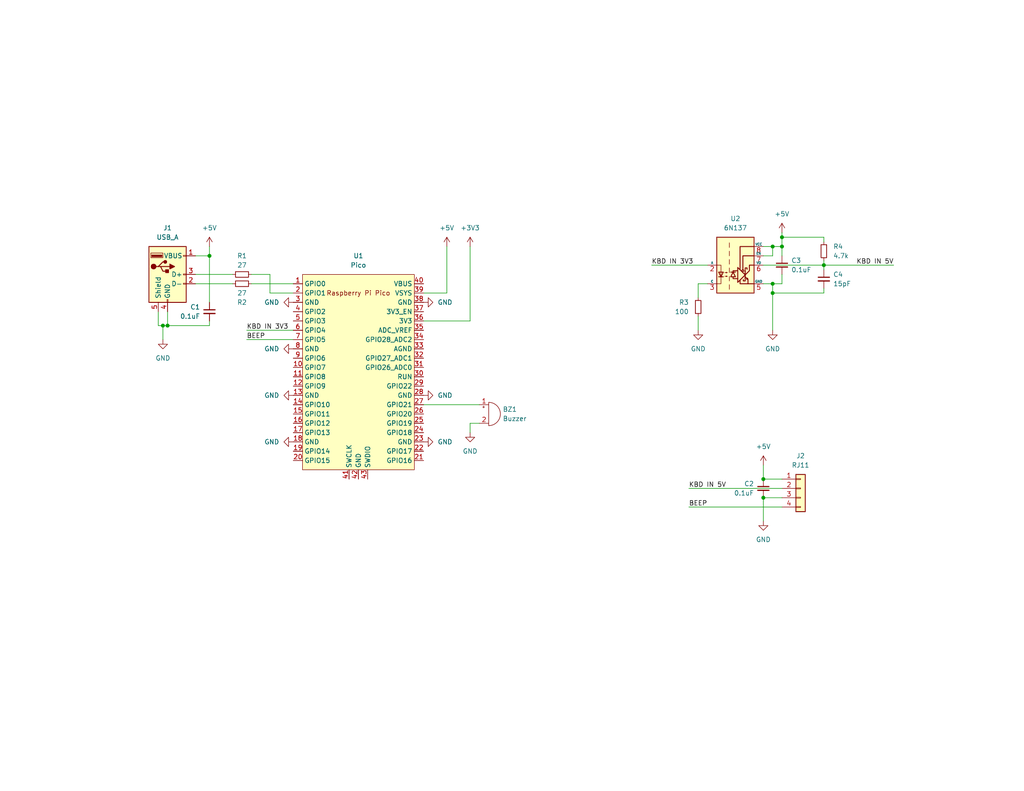
<source format=kicad_sch>
(kicad_sch (version 20230121) (generator eeschema)
  (paper "A")
  (title_block (title "kaypro-usb-keyboard-adapter") (date "2023-10-24") (rev "Rev1") (company "Cooper Dalrymple"))
  (lib_symbols
    (symbol "Connector:USB_A" (pin_names (offset 1.016))
      (property "Reference" "J" (at -5.08 11.43 0))
      (property "Value" "USB_A" (at -5.08 8.89 0))
      (symbol "USB_A_0_1"
        (rectangle (start -5.08 -7.62) (end 5.08 7.62) (stroke (width 0.254)) (fill (type background)))
        (circle (center -3.81 2.159) (radius 0.635) (stroke (width 0.254)) (fill (type outline)))
        (rectangle (start -1.524 4.826) (end -4.318 5.334) (fill (type outline)))
        (rectangle (start -1.27 4.572) (end -4.572 5.842))
        (circle (center -0.635 3.429) (radius 0.381) (stroke (width 0.254)) (fill (type outline)))
        (rectangle (start -0.127 -7.62) (end 0.127 -6.858))
        (polyline (pts (xy -3.175 2.159) (xy -2.54 2.159) (xy -1.27 3.429) (xy -0.635 3.429)) (stroke (width 0.254)))
        (polyline (pts (xy -2.54 2.159) (xy -1.905 2.159) (xy -1.27 0.889) (xy 0 0.889)) (stroke (width 0.254)))
        (polyline (pts (xy 0.635 2.794) (xy 0.635 1.524) (xy 1.905 2.159) (xy 0.635 2.794)) (stroke (width 0.254)) (fill (type outline)))
        (rectangle (start 0.254 1.27) (end -0.508 0.508) (stroke (width 0.254)) (fill (type outline)))
        (rectangle (start 5.08 -2.667) (end 4.318 -2.413))
        (rectangle (start 5.08 -0.127) (end 4.318 0.127))
        (rectangle (start 5.08 4.953) (end 4.318 5.207))
      )
      (symbol "USB_A_1_1"
        (polyline (pts (xy -1.905 2.159) (xy 0.635 2.159)) (stroke (width 0.254)))
        (pin power_in line (at 7.62 5.08 180) (length 2.54) (name "VBUS") (number "1"))
        (pin bidirectional line (at 7.62 -2.54 180) (length 2.54) (name "D-") (number "2"))
        (pin bidirectional line (at 7.62 0 180) (length 2.54) (name "D+") (number "3"))
        (pin power_in line (at 0 -10.16 90) (length 2.54) (name "GND") (number "4"))
        (pin passive line (at -2.54 -10.16 90) (length 2.54) (name "Shield") (number "5"))
      )
    )
    (symbol "Connector_Generic:Conn_01x04" (pin_names (offset 1.016) hide)
      (property "Reference" "J" (at 0 5.08 0))
      (property "Value" "Conn_01x04" (at 0 -7.62 0))
      (symbol "Conn_01x04_1_1"
        (rectangle (start -1.27 -4.953) (end 0 -5.207) (stroke (width 0.1524)))
        (rectangle (start -1.27 -2.413) (end 0 -2.667) (stroke (width 0.1524)))
        (rectangle (start -1.27 0.127) (end 0 -0.127) (stroke (width 0.1524)))
        (rectangle (start -1.27 2.667) (end 0 2.413) (stroke (width 0.1524)))
        (rectangle (start -1.27 3.81) (end 1.27 -6.35) (stroke (width 0.254)) (fill (type background)))
        (pin passive line (at -5.08 2.54 0) (length 3.81) (name "Pin_1") (number "1"))
        (pin passive line (at -5.08 0 0) (length 3.81) (name "Pin_2") (number "2"))
        (pin passive line (at -5.08 -2.54 0) (length 3.81) (name "Pin_3") (number "3"))
        (pin passive line (at -5.08 -5.08 0) (length 3.81) (name "Pin_4") (number "4"))
      )
    )
    (symbol "Device:Buzzer" (pin_names (offset 0.0254) hide)
      (property "Reference" "BZ" (at 3.81 1.27 0))
      (property "Value" "Buzzer" (at 3.81 -1.27 0))
      (symbol "Buzzer_0_1"
        (arc (start 0 -3.175) (mid 3.1612 0) (end 0 3.175))
        (polyline (pts (xy -1.651 1.905) (xy -1.143 1.905)))
        (polyline (pts (xy -1.397 2.159) (xy -1.397 1.651)))
        (polyline (pts (xy 0 3.175) (xy 0 -3.175)))
      )
      (symbol "Buzzer_1_1"
        (pin passive line (at -2.54 2.54 0) (length 2.54) (name "-") (number "1"))
        (pin passive line (at -2.54 -2.54 0) (length 2.54) (name "+") (number "2"))
      )
    )
    (symbol "Device:C_Small" (pin_numbers hide) (pin_names (offset 0.254) hide)
      (property "Reference" "C" (at 0.254 1.778 0))
      (property "Value" "C_Small" (at 0.254 -2.032 0))
      (symbol "C_Small_0_1"
        (polyline (pts (xy -1.524 -0.508) (xy 1.524 -0.508)) (stroke (width 0.3302)))
        (polyline (pts (xy -1.524 0.508) (xy 1.524 0.508)) (stroke (width 0.3048)))
      )
      (symbol "C_Small_1_1"
        (pin passive line (at 0 2.54 270) (length 2.032) (name "~") (number "1"))
        (pin passive line (at 0 -2.54 90) (length 2.032) (name "~") (number "2"))
      )
    )
    (symbol "Device:R_Small" (pin_numbers hide) (pin_names (offset 0.254) hide)
      (property "Reference" "R" (at 0.762 0.508 0))
      (property "Value" "R_Small" (at 0.762 -1.016 0))
      (symbol "R_Small_0_1"
        (rectangle (start -0.762 1.778) (end 0.762 -1.778) (stroke (width 0.2032)))
      )
      (symbol "R_Small_1_1"
        (pin passive line (at 0 2.54 270) (length 0.762) (name "~") (number "1"))
        (pin passive line (at 0 -2.54 90) (length 0.762) (name "~") (number "2"))
      )
    )
    (symbol "Isolator:6N137" (pin_names (offset 0))
      (property "Reference" "U" (at -4.064 8.89 0))
      (property "Value" "6N137" (at 0 -8.89 0))
      (symbol "6N137_0_1"
        (polyline (pts (xy 2.667 -3.556) (xy 2.667 -1.651)) (stroke (width 0.254)))
        (polyline (pts (xy 2.667 -2.159) (xy 2.667 -2.921)) (stroke (width 0.254)))
        (polyline (pts (xy 3.429 -3.937) (xy 3.429 -5.08)) (stroke (width 0.254)))
        (polyline (pts (xy -0.635 -3.302) (xy -0.635 -3.683) (xy 0.635 -3.683)) (stroke (width 0.254)))
        (polyline (pts (xy -0.635 -1.905) (xy -0.635 -1.524) (xy 0.508 -1.524)) (stroke (width 0.254)))
        (polyline (pts (xy 1.27 -4.064) (xy 1.27 -5.08) (xy 5.08 -5.08)) (stroke (width 0.254)))
        (polyline (pts (xy 1.27 -1.27) (xy 1.27 5.08) (xy 5.08 5.08)) (stroke (width 0.254)))
        (polyline (pts (xy 2.032 -1.27) (xy 2.032 2.54) (xy 5.08 2.54)) (stroke (width 0.254)))
        (polyline (pts (xy -5.08 -5.08) (xy -3.937 -5.08) (xy -3.937 0) (xy -5.08 0)))
        (polyline (pts (xy 2.667 -3.302) (xy 2.667 -4.318) (xy 2.159 -4.318) (xy 2.159 -3.937)) (stroke (width 0.254)))
        (polyline (pts (xy 2.667 -2.667) (xy 0.635 -4.699) (xy 0.635 -0.635) (xy 2.667 -2.667)) (stroke (width 0.254)))
        (polyline (pts (xy 2.667 -1.778) (xy 2.667 -0.762) (xy 3.175 -0.762) (xy 3.175 -1.143)) (stroke (width 0.254)))
        (polyline (pts (xy 2.794 -2.54) (xy 3.81 -1.524) (xy 3.81 0) (xy 5.08 0)) (stroke (width 0.254)))
        (polyline (pts (xy 2.667 -3.175) (xy 3.429 -3.937) (xy 3.302 -3.556) (xy 3.048 -3.81) (xy 3.429 -3.937)) (stroke (width 0.254)))
        (circle (center 2.032 -1.524) (radius 0.254) (stroke (width 0.254)))
      )
      (symbol "6N137_1_1"
        (rectangle (start -5.08 7.62) (end 5.08 -7.62) (stroke (width 0.254)) (fill (type background)))
        (polyline (pts (xy -4.572 -3.175) (xy -3.302 -3.175)) (stroke (width 0.254)))
        (polyline (pts (xy -1.651 -5.334) (xy -1.651 -6.604)))
        (polyline (pts (xy -1.651 -3.048) (xy -1.651 -4.318)))
        (polyline (pts (xy -1.651 -0.762) (xy -1.651 -2.032)))
        (polyline (pts (xy -1.651 1.524) (xy -1.651 0.254)))
        (polyline (pts (xy -1.651 3.81) (xy -1.651 2.54)))
        (polyline (pts (xy -1.651 6.096) (xy -1.651 4.826)))
        (polyline (pts (xy -1.27 -1.905) (xy 0 -1.905)) (stroke (width 0.254)))
        (polyline (pts (xy -3.937 -3.175) (xy -4.572 -1.905) (xy -3.302 -1.905) (xy -3.937 -3.175)) (stroke (width 0.254)))
        (polyline (pts (xy -0.635 -1.905) (xy -1.27 -3.175) (xy 0 -3.175) (xy -0.635 -1.905)) (stroke (width 0.254)))
        (polyline (pts (xy -2.921 -3.048) (xy -2.159 -3.048) (xy -2.54 -3.175) (xy -2.54 -2.921) (xy -2.159 -3.048)) (stroke (width 0.127)))
        (polyline (pts (xy -2.921 -2.032) (xy -2.159 -2.032) (xy -2.54 -2.159) (xy -2.54 -1.905) (xy -2.159 -2.032)) (stroke (width 0.127)))
        (pin no_connect line (at -5.08 5.08 0) (length 2.54) hide (name "NC") (number "1"))
        (pin passive line (at -7.62 0 0) (length 2.54) (name "A") (number "2"))
        (pin passive line (at -7.62 -5.08 0) (length 2.54) (name "C") (number "3"))
        (pin power_in line (at 7.62 -5.08 180) (length 2.54) (name "GND") (number "5"))
        (pin open_collector line (at 7.62 0 180) (length 2.54) (name "VO") (number "6"))
        (pin input line (at 7.62 2.54 180) (length 2.54) (name "EN") (number "7"))
        (pin power_in line (at 7.62 5.08 180) (length 2.54) (name "VCC") (number "8"))
      )
    )
    (symbol "MCU_RaspberryPi_and_Boards:Pico"
      (property "Reference" "U" (at -13.97 27.94 0))
      (property "Value" "Pico" (at 0 19.05 0))
      (symbol "Pico_0_0"
        (text "Raspberry Pi Pico" (at 0 21.59 0) (effects (font (size 1.27 1.27))))
      )
      (symbol "Pico_0_1"
        (rectangle (start -15.24 26.67) (end 15.24 -26.67) (fill (type background)))
      )
      (symbol "Pico_1_1"
        (pin bidirectional line (at -17.78 24.13 0) (length 2.54) (name "GPIO0") (number "1"))
        (pin bidirectional line (at -17.78 1.27 0) (length 2.54) (name "GPIO7") (number "10"))
        (pin bidirectional line (at -17.78 -1.27 0) (length 2.54) (name "GPIO8") (number "11"))
        (pin bidirectional line (at -17.78 -3.81 0) (length 2.54) (name "GPIO9") (number "12"))
        (pin power_in line (at -17.78 -6.35 0) (length 2.54) (name "GND") (number "13"))
        (pin bidirectional line (at -17.78 -8.89 0) (length 2.54) (name "GPIO10") (number "14"))
        (pin bidirectional line (at -17.78 -11.43 0) (length 2.54) (name "GPIO11") (number "15"))
        (pin bidirectional line (at -17.78 -13.97 0) (length 2.54) (name "GPIO12") (number "16"))
        (pin bidirectional line (at -17.78 -16.51 0) (length 2.54) (name "GPIO13") (number "17"))
        (pin power_in line (at -17.78 -19.05 0) (length 2.54) (name "GND") (number "18"))
        (pin bidirectional line (at -17.78 -21.59 0) (length 2.54) (name "GPIO14") (number "19"))
        (pin bidirectional line (at -17.78 21.59 0) (length 2.54) (name "GPIO1") (number "2"))
        (pin bidirectional line (at -17.78 -24.13 0) (length 2.54) (name "GPIO15") (number "20"))
        (pin bidirectional line (at 17.78 -24.13 180) (length 2.54) (name "GPIO16") (number "21"))
        (pin bidirectional line (at 17.78 -21.59 180) (length 2.54) (name "GPIO17") (number "22"))
        (pin power_in line (at 17.78 -19.05 180) (length 2.54) (name "GND") (number "23"))
        (pin bidirectional line (at 17.78 -16.51 180) (length 2.54) (name "GPIO18") (number "24"))
        (pin bidirectional line (at 17.78 -13.97 180) (length 2.54) (name "GPIO19") (number "25"))
        (pin bidirectional line (at 17.78 -11.43 180) (length 2.54) (name "GPIO20") (number "26"))
        (pin bidirectional line (at 17.78 -8.89 180) (length 2.54) (name "GPIO21") (number "27"))
        (pin power_in line (at 17.78 -6.35 180) (length 2.54) (name "GND") (number "28"))
        (pin bidirectional line (at 17.78 -3.81 180) (length 2.54) (name "GPIO22") (number "29"))
        (pin power_in line (at -17.78 19.05 0) (length 2.54) (name "GND") (number "3"))
        (pin input line (at 17.78 -1.27 180) (length 2.54) (name "RUN") (number "30"))
        (pin bidirectional line (at 17.78 1.27 180) (length 2.54) (name "GPIO26_ADC0") (number "31"))
        (pin bidirectional line (at 17.78 3.81 180) (length 2.54) (name "GPIO27_ADC1") (number "32"))
        (pin power_in line (at 17.78 6.35 180) (length 2.54) (name "AGND") (number "33"))
        (pin bidirectional line (at 17.78 8.89 180) (length 2.54) (name "GPIO28_ADC2") (number "34"))
        (pin power_in line (at 17.78 11.43 180) (length 2.54) (name "ADC_VREF") (number "35"))
        (pin power_in line (at 17.78 13.97 180) (length 2.54) (name "3V3") (number "36"))
        (pin input line (at 17.78 16.51 180) (length 2.54) (name "3V3_EN") (number "37"))
        (pin bidirectional line (at 17.78 19.05 180) (length 2.54) (name "GND") (number "38"))
        (pin power_in line (at 17.78 21.59 180) (length 2.54) (name "VSYS") (number "39"))
        (pin bidirectional line (at -17.78 16.51 0) (length 2.54) (name "GPIO2") (number "4"))
        (pin power_in line (at 17.78 24.13 180) (length 2.54) (name "VBUS") (number "40"))
        (pin input line (at -2.54 -29.21 90) (length 2.54) (name "SWCLK") (number "41"))
        (pin power_in line (at 0 -29.21 90) (length 2.54) (name "GND") (number "42"))
        (pin bidirectional line (at 2.54 -29.21 90) (length 2.54) (name "SWDIO") (number "43"))
        (pin bidirectional line (at -17.78 13.97 0) (length 2.54) (name "GPIO3") (number "5"))
        (pin bidirectional line (at -17.78 11.43 0) (length 2.54) (name "GPIO4") (number "6"))
        (pin bidirectional line (at -17.78 8.89 0) (length 2.54) (name "GPIO5") (number "7"))
        (pin power_in line (at -17.78 6.35 0) (length 2.54) (name "GND") (number "8"))
        (pin bidirectional line (at -17.78 3.81 0) (length 2.54) (name "GPIO6") (number "9"))
      )
    )
    (symbol "power:+3V3" (power) (pin_names (offset 0))
      (property "Value" "+3V3" (at 0 3.556 0))
      (symbol "+3V3_0_1"
        (polyline (pts (xy -0.762 1.27) (xy 0 2.54)))
        (polyline (pts (xy 0 0) (xy 0 2.54)))
        (polyline (pts (xy 0 2.54) (xy 0.762 1.27)))
      )
      (symbol "+3V3_1_1"
        (pin power_in line (at 0 0 90) (length 0) hide (name "+3V3") (number "1"))
      )
    )
    (symbol "power:+5V" (power) (pin_names (offset 0))
      (property "Value" "+5V" (at 0 3.556 0))
      (symbol "+5V_0_1"
        (polyline (pts (xy -0.762 1.27) (xy 0 2.54)))
        (polyline (pts (xy 0 0) (xy 0 2.54)))
        (polyline (pts (xy 0 2.54) (xy 0.762 1.27)))
      )
      (symbol "+5V_1_1"
        (pin power_in line (at 0 0 90) (length 0) hide (name "+5V") (number "1"))
      )
    )
    (symbol "power:GND" (power) (pin_names (offset 0))
      (property "Value" "GND" (at 0 -3.81 0))
      (symbol "GND_0_1"
        (polyline (pts (xy 0 0) (xy 0 -1.27) (xy 1.27 -1.27) (xy 0 -2.54) (xy -1.27 -1.27) (xy 0 -1.27)))
      )
      (symbol "GND_1_1"
        (pin power_in line (at 0 0 270) (length 0) hide (name "GND") (number "1"))
      )
    )
  )
  (junction (at 213.36 64.77))
  (junction (at 44.45 88.9))
  (junction (at 210.82 80.01))
  (junction (at 208.28 135.89))
  (junction (at 45.72 88.9))
  (junction (at 213.36 67.31))
  (junction (at 57.15 69.85))
  (junction (at 208.28 130.81))
  (junction (at 224.79 72.39))
  (junction (at 210.82 77.47))
  (junction (at 210.82 67.31))
  (wire (pts (xy 43.18 85.09) (xy 43.18 88.9)))
  (wire (pts (xy 57.15 69.85) (xy 53.34 69.85)))
  (wire (pts (xy 43.18 88.9) (xy 44.45 88.9)))
  (wire (pts (xy 57.15 67.31) (xy 57.15 69.85)))
  (wire (pts (xy 224.79 73.66) (xy 224.79 72.39)))
  (wire (pts (xy 210.82 80.01) (xy 210.82 90.17)))
  (wire (pts (xy 208.28 72.39) (xy 224.79 72.39)))
  (wire (pts (xy 130.81 115.57) (xy 128.27 115.57)))
  (wire (pts (xy 224.79 71.12) (xy 224.79 72.39)))
  (wire (pts (xy 213.36 77.47) (xy 213.36 74.93)))
  (wire (pts (xy 208.28 142.24) (xy 208.28 135.89)))
  (wire (pts (xy 68.58 77.47) (xy 80.01 77.47)))
  (wire (pts (xy 190.5 86.36) (xy 190.5 90.17)))
  (wire (pts (xy 224.79 80.01) (xy 210.82 80.01)))
  (wire (pts (xy 177.8 72.39) (xy 193.04 72.39)))
  (wire (pts (xy 213.36 69.85) (xy 213.36 67.31)))
  (wire (pts (xy 213.36 138.43) (xy 187.96 138.43)))
  (wire (pts (xy 210.82 77.47) (xy 213.36 77.47)))
  (wire (pts (xy 224.79 66.04) (xy 224.79 64.77)))
  (wire (pts (xy 73.66 80.01) (xy 80.01 80.01)))
  (wire (pts (xy 45.72 88.9) (xy 44.45 88.9)))
  (wire (pts (xy 213.36 67.31) (xy 210.82 67.31)))
  (wire (pts (xy 208.28 127) (xy 208.28 130.81)))
  (wire (pts (xy 190.5 77.47) (xy 190.5 81.28)))
  (wire (pts (xy 224.79 64.77) (xy 213.36 64.77)))
  (wire (pts (xy 193.04 77.47) (xy 190.5 77.47)))
  (wire (pts (xy 44.45 88.9) (xy 44.45 92.71)))
  (wire (pts (xy 224.79 78.74) (xy 224.79 80.01)))
  (wire (pts (xy 224.79 72.39) (xy 243.84 72.39)))
  (wire (pts (xy 213.36 63.5) (xy 213.36 64.77)))
  (wire (pts (xy 210.82 69.85) (xy 208.28 69.85)))
  (wire (pts (xy 53.34 74.93) (xy 63.5 74.93)))
  (wire (pts (xy 210.82 67.31) (xy 208.28 67.31)))
  (wire (pts (xy 67.31 92.71) (xy 80.01 92.71)))
  (wire (pts (xy 213.36 133.35) (xy 187.96 133.35)))
  (wire (pts (xy 68.58 74.93) (xy 73.66 74.93)))
  (wire (pts (xy 45.72 85.09) (xy 45.72 88.9)))
  (wire (pts (xy 128.27 67.31) (xy 128.27 87.63)))
  (wire (pts (xy 208.28 135.89) (xy 213.36 135.89)))
  (wire (pts (xy 210.82 67.31) (xy 210.82 69.85)))
  (wire (pts (xy 121.92 67.31) (xy 121.92 80.01)))
  (wire (pts (xy 121.92 80.01) (xy 115.57 80.01)))
  (wire (pts (xy 53.34 77.47) (xy 63.5 77.47)))
  (wire (pts (xy 73.66 74.93) (xy 73.66 80.01)))
  (wire (pts (xy 208.28 130.81) (xy 213.36 130.81)))
  (wire (pts (xy 208.28 77.47) (xy 210.82 77.47)))
  (wire (pts (xy 213.36 64.77) (xy 213.36 67.31)))
  (wire (pts (xy 210.82 77.47) (xy 210.82 80.01)))
  (wire (pts (xy 45.72 88.9) (xy 57.15 88.9)))
  (wire (pts (xy 115.57 110.49) (xy 130.81 110.49)))
  (wire (pts (xy 57.15 69.85) (xy 57.15 82.55)))
  (wire (pts (xy 57.15 87.63) (xy 57.15 88.9)))
  (wire (pts (xy 128.27 87.63) (xy 115.57 87.63)))
  (wire (pts (xy 128.27 115.57) (xy 128.27 118.11)))
  (wire (pts (xy 67.31 90.17) (xy 80.01 90.17)))
  (label "KBD IN 3V3" (at 177.8 72.39 0))
  (label "BEEP" (at 187.96 138.43 0))
  (label "KBD IN 5V" (at 187.96 133.35 0))
  (label "KBD IN 5V" (at 243.84 72.39 180))
  (label "KBD IN 3V3" (at 67.31 90.17 0))
  (label "BEEP" (at 67.31 92.71 0))
  (symbol (lib_id "Isolator:6N137") (at 200.66 72.39 0) (unit 1)
    (property "Reference" "U2" (at 200.66 59.69 0))
    (property "Value" "6N137" (at 200.66 62.23 0))
    (property "Footprint" "Package_DIP:DIP-8_W7.62mm" (effects hide))
    (property "Datasheet" "https://docs.broadcom.com/docs/AV02-0940EN" (effects hide))
  )
  (symbol (lib_id "power:GND") (at 44.45 92.71 0) (unit 1)
    (property "Reference" "#PWR03" (effects hide))
    (property "Value" "GND" (at 44.45 97.79 0))
  )
  (symbol (lib_id "power:GND") (at 210.82 90.17 0) (unit 1)
    (property "Reference" "#PWR017" (effects hide))
    (property "Value" "GND" (at 210.82 95.25 0))
  )
  (symbol (lib_id "power:GND") (at 115.57 107.95 90) (unit 1)
    (property "Reference" "#PWR06" (effects hide))
    (property "Value" "GND" (at 119.38 107.95 90) (effects (justify right)))
  )
  (symbol (lib_id "power:GND") (at 80.01 120.65 270) (unit 1)
    (property "Reference" "#PWR010" (effects hide))
    (property "Value" "GND" (at 76.2 120.65 90) (effects (justify right)))
  )
  (symbol (lib_id "power:+5V") (at 121.92 67.31 0) (unit 1)
    (property "Reference" "#PWR01" (effects hide))
    (property "Value" "+5V" (at 121.92 62.23 0))
  )
  (symbol (lib_id "power:+5V") (at 57.15 67.31 0) (unit 1)
    (property "Reference" "#PWR02" (effects hide))
    (property "Value" "+5V" (at 57.15 62.23 0))
  )
  (symbol (lib_id "Connector_Generic:Conn_01x04") (at 218.44 133.35 0) (unit 1)
    (property "Reference" "J2" (at 218.44 124.46 0))
    (property "Value" "RJ11" (at 218.44 127 0))
  )
  (symbol (lib_id "power:GND") (at 80.01 95.25 270) (unit 1)
    (property "Reference" "#PWR08" (effects hide))
    (property "Value" "GND" (at 76.2 95.25 90) (effects (justify right)))
  )
  (symbol (lib_id "power:GND") (at 80.01 82.55 270) (unit 1)
    (property "Reference" "#PWR05" (effects hide))
    (property "Value" "GND" (at 76.2 82.55 90) (effects (justify right)))
  )
  (symbol (lib_id "power:+5V") (at 208.28 127 0) (mirror y) (unit 1)
    (property "Reference" "#PWR013" (effects hide))
    (property "Value" "+5V" (at 208.28 121.92 0))
  )
  (symbol (lib_id "power:GND") (at 208.28 142.24 0) (mirror y) (unit 1)
    (property "Reference" "#PWR014" (effects hide))
    (property "Value" "GND" (at 208.28 147.32 0))
  )
  (symbol (lib_id "power:GND") (at 115.57 120.65 90) (unit 1)
    (property "Reference" "#PWR07" (effects hide))
    (property "Value" "GND" (at 119.38 120.65 90) (effects (justify right)))
  )
  (symbol (lib_id "power:GND") (at 115.57 82.55 90) (unit 1)
    (property "Reference" "#PWR04" (effects hide))
    (property "Value" "GND" (at 119.38 82.55 90) (effects (justify right)))
  )
  (symbol (lib_id "Device:R_Small") (at 224.79 68.58 0) (unit 1)
    (property "Reference" "R4" (at 227.33 67.31 0) (effects (justify left)))
    (property "Value" "4.7k" (at 227.33 69.85 0) (effects (justify left)))
  )
  (symbol (lib_id "Device:R_Small") (at 190.5 83.82 0) (mirror y) (unit 1)
    (property "Reference" "R3" (at 187.96 82.55 0) (effects (justify left)))
    (property "Value" "100" (at 187.96 85.09 0) (effects (justify left)))
  )
  (symbol (lib_id "Device:R_Small") (at 66.04 77.47 90) (unit 1)
    (property "Reference" "R2" (at 66.04 82.55 90))
    (property "Value" "27" (at 66.04 80.01 90))
  )
  (symbol (lib_id "Device:C_Small") (at 224.79 76.2 0) (unit 1)
    (property "Reference" "C4" (at 227.33 74.9363 0) (effects (justify left)))
    (property "Value" "15pF" (at 227.33 77.4763 0) (effects (justify left)))
  )
  (symbol (lib_id "power:GND") (at 190.5 90.17 0) (unit 1)
    (property "Reference" "#PWR015" (effects hide))
    (property "Value" "GND" (at 190.5 95.25 0))
  )
  (symbol (lib_id "power:+3V3") (at 128.27 67.31 0) (unit 1)
    (property "Reference" "#PWR012" (effects hide))
    (property "Value" "+3V3" (at 128.27 62.23 0))
  )
  (symbol (lib_id "Device:R_Small") (at 66.04 74.93 90) (unit 1)
    (property "Reference" "R1" (at 66.04 69.85 90))
    (property "Value" "27" (at 66.04 72.39 90))
  )
  (symbol (lib_id "Device:C_Small") (at 57.15 85.09 0) (mirror y) (unit 1)
    (property "Reference" "C1" (at 54.61 83.8263 0) (effects (justify left)))
    (property "Value" "0.1uF" (at 54.61 86.3663 0) (effects (justify left)))
  )
  (symbol (lib_id "Device:Buzzer") (at 133.35 113.03 0) (unit 1)
    (property "Reference" "BZ1" (at 137.16 111.76 0) (effects (justify left)))
    (property "Value" "Buzzer" (at 137.16 114.3 0) (effects (justify left)))
  )
  (symbol (lib_id "power:+5V") (at 213.36 63.5 0) (unit 1)
    (property "Reference" "#PWR016" (effects hide))
    (property "Value" "+5V" (at 213.36 58.42 0))
  )
  (symbol (lib_id "power:GND") (at 128.27 118.11 0) (unit 1)
    (property "Reference" "#PWR011" (effects hide))
    (property "Value" "GND" (at 128.27 123.19 0))
  )
  (symbol (lib_id "power:GND") (at 80.01 107.95 270) (unit 1)
    (property "Reference" "#PWR09" (effects hide))
    (property "Value" "GND" (at 76.2 107.95 90) (effects (justify right)))
  )
  (symbol (lib_id "Device:C_Small") (at 213.36 72.39 0) (unit 1)
    (property "Reference" "C3" (at 215.9 71.1263 0) (effects (justify left)))
    (property "Value" "0.1uF" (at 215.9 73.6663 0) (effects (justify left)))
  )
  (symbol (lib_id "Device:C_Small") (at 208.28 133.35 0) (mirror y) (unit 1)
    (property "Reference" "C2" (at 205.74 132.0863 0) (effects (justify left)))
    (property "Value" "0.1uF" (at 205.74 134.6263 0) (effects (justify left)))
  )
  (symbol (lib_id "Connector:USB_A") (at 45.72 74.93 0) (unit 1)
    (property "Reference" "J1" (at 45.72 62.23 0))
    (property "Value" "USB_A" (at 45.72 64.77 0))
    (property "Datasheet" " ~" (effects hide))
  )
  (symbol (lib_id "MCU_RaspberryPi_and_Boards:Pico") (at 97.79 101.6 0) (unit 1)
    (property "Reference" "U1" (at 97.79 69.85 0))
    (property "Value" "Pico" (at 97.79 72.39 0))
    (property "Footprint" "RPi_Pico:RPi_Pico_SMD_TH" (effects hide))
  )
)
</source>
